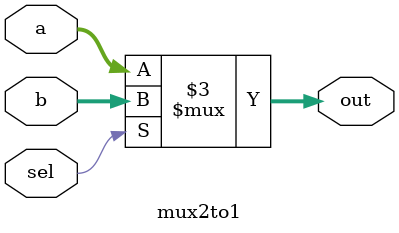
<source format=sv>
module mux2to1 (
    input logic [31:0] a, // First input
    input logic [31:0] b, // Second input
    input logic sel, // Select signal
    output logic [31:0] out // Output
);
    always @(*) begin
        if (sel) begin
            out = b; // If sel is 1, output b
        end else begin
            out = a; // If sel is 0, output a
        end
    end
    endmodule

</source>
